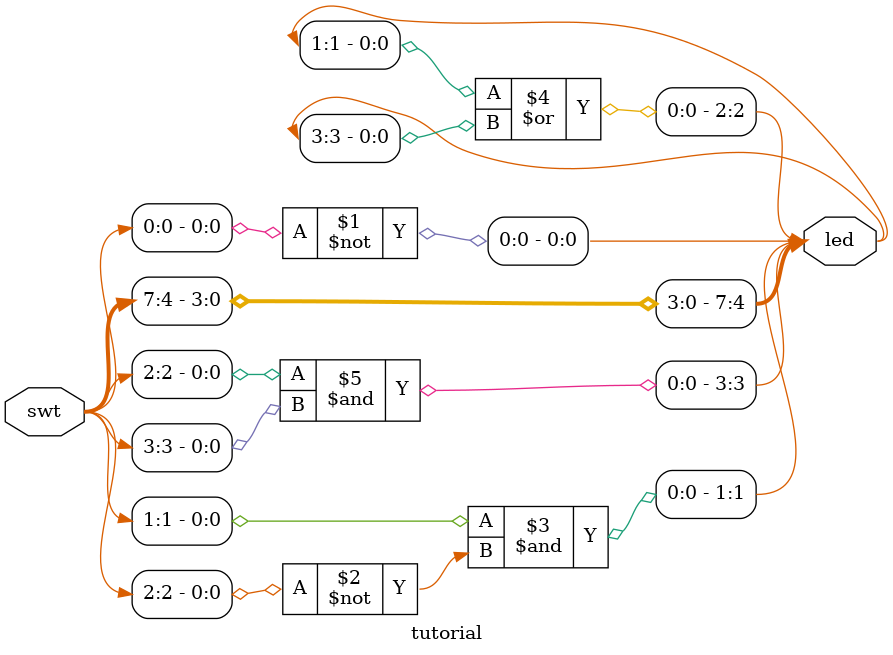
<source format=v>
`timescale 1ns / 1ps


module tutorial(
    input [7:0] swt,
    output [7:0] led
    );
    
    assign led[0] = ~swt[0];
    assign led[1] = swt[1] & ~swt[2];
    assign led[2] = led[1] | led[3];
    assign led[3] = swt[2] & swt[3];
    
    assign led[7:4] = swt[7:4];
    
endmodule

</source>
